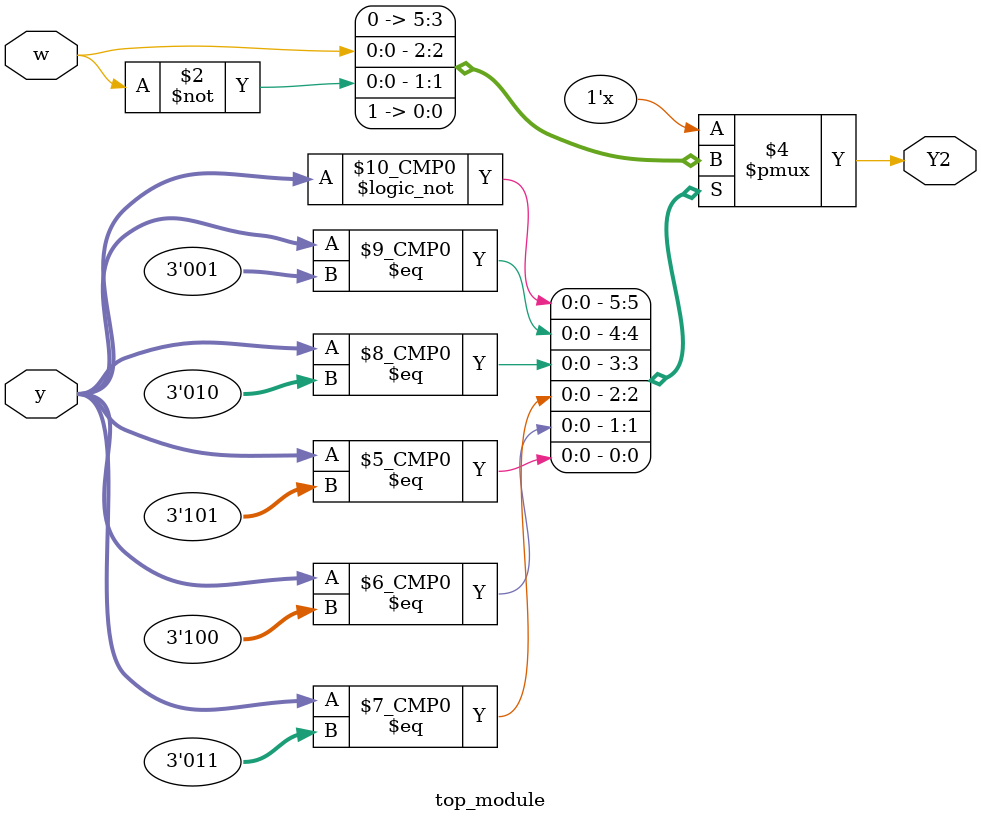
<source format=sv>
module top_module(
    input [3:1] y,
    input w,
    output reg Y2
);

always @(*) begin
    case (y)
        3'b000: Y2 = 1'b0;
        3'b001: Y2 = 1'b0;
        3'b010: Y2 = 1'b0;
        3'b011: Y2 = w;
        3'b100: Y2 = ~w;
        3'b101: Y2 = 1'b1;
    endcase
end

endmodule

</source>
